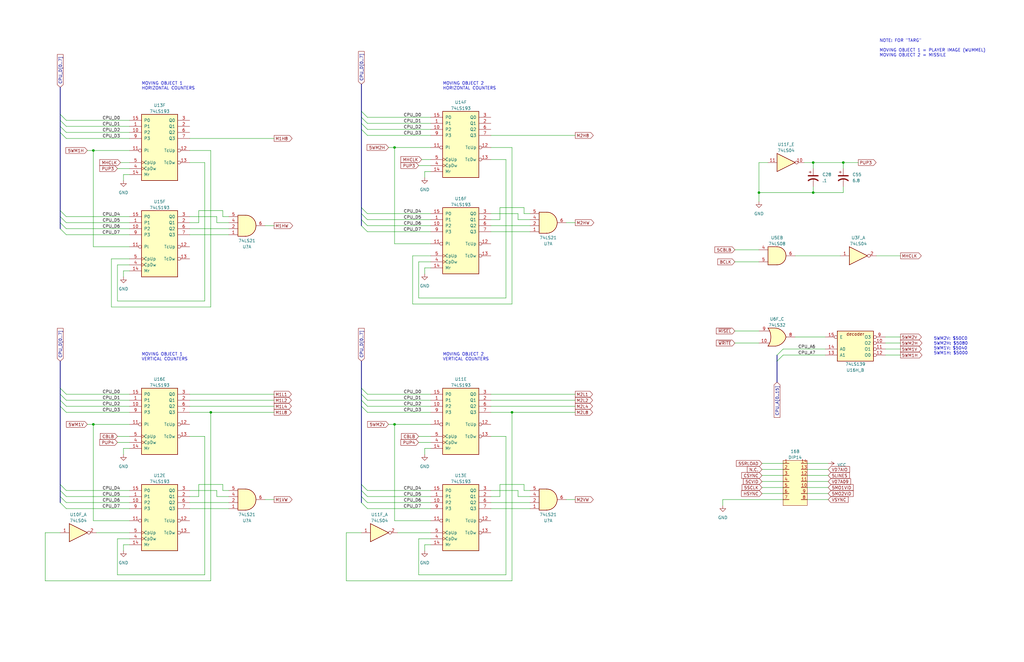
<source format=kicad_sch>
(kicad_sch (version 20231120) (generator "eeschema") (generator_version "8.0")
  (paper "B")
  (title_block (title "Exidy Universal Game Board II") (company "Anton Gale") (comment 1 "6502 GAME LOGIC PCB") (comment 3 "MOVING OBJECT POSITION COUNTERS") (comment 4 "COLOR INTERFACE OUTPUT AND"))
  (lib_symbols
    (symbol "Device:C_Polarized_US" (pin_numbers hide) (pin_names (offset 0.254) hide)
      (property "Reference" "C" (at 0.635 2.54 0))
      (property "Value" "C_Polarized_US" (at 0.635 -2.54 0))
      (symbol "C_Polarized_US_1_1"
        (pin passive line (at 0 3.81 270) (length 2.794) (name "~") (number "1"))
        (pin passive line (at 0 -3.81 90) (length 3.302) (name "~") (number "2"))
      )
    )
    (symbol "jt74:74LS04" (pin_names (offset 1.016))
      (property "Reference" "U" (at 0 1.27 0))
      (property "Value" "74LS04" (at 0 -1.27 0))
      (symbol "74LS04_1_0"
        (pin input line (at -7.62 0 0) (length 3.81) (name "~") (number "1"))
        (pin output inverted (at 7.62 0 180) (length 3.81) (name "~") (number "2"))
      )
      (symbol "74LS04_2_0"
        (pin input line (at -7.62 0 0) (length 3.81) (name "~") (number "3"))
        (pin output inverted (at 7.62 0 180) (length 3.81) (name "~") (number "4"))
      )
      (symbol "74LS04_3_0"
        (pin input line (at -7.62 0 0) (length 3.81) (name "~") (number "5"))
        (pin output inverted (at 7.62 0 180) (length 3.81) (name "~") (number "6"))
      )
      (symbol "74LS04_4_0"
        (pin output inverted (at 7.62 0 180) (length 3.81) (name "~") (number "8"))
        (pin input line (at -7.62 0 0) (length 3.81) (name "~") (number "9"))
      )
      (symbol "74LS04_5_0"
        (pin output inverted (at 7.62 0 180) (length 3.81) (name "~") (number "10"))
        (pin input line (at -7.62 0 0) (length 3.81) (name "~") (number "11"))
      )
      (symbol "74LS04_6_0"
        (pin output inverted (at 7.62 0 180) (length 3.81) (name "~") (number "12"))
        (pin input line (at -7.62 0 0) (length 3.81) (name "~") (number "13"))
      )
      (symbol "74LS04_7_0"
        (pin power_in line (at 0 7.62 270) (length 5.08) hide (name "VCC") (number "14"))
        (pin power_in line (at 0 -7.62 90) (length 5.08) hide (name "VSS") (number "7"))
      )
    )
    (symbol "jt74:74LS08" (pin_names (offset 1.016))
      (property "Reference" "U" (at 0 1.27 0))
      (property "Value" "74LS08" (at 0 -1.27 0))
      (symbol "74LS08_1_1"
        (pin input line (at -7.62 2.54 0) (length 3.81) (name "~") (number "1"))
        (pin input line (at -7.62 -2.54 0) (length 3.81) (name "~") (number "2"))
        (pin output line (at 7.62 0 180) (length 3.81) (name "~") (number "3"))
      )
      (symbol "74LS08_1_2"
        (pin input inverted (at -7.62 2.54 0) (length 4.318) (name "~") (number "1"))
        (pin input inverted (at -7.62 -2.54 0) (length 4.318) (name "~") (number "2"))
        (pin output inverted (at 7.62 0 180) (length 3.81) (name "~") (number "3"))
      )
      (symbol "74LS08_2_1"
        (pin input line (at -7.62 2.54 0) (length 3.81) (name "~") (number "4"))
        (pin input line (at -7.62 -2.54 0) (length 3.81) (name "~") (number "5"))
        (pin output line (at 7.62 0 180) (length 3.81) (name "~") (number "6"))
      )
      (symbol "74LS08_2_2"
        (pin input inverted (at -7.62 2.54 0) (length 4.318) (name "~") (number "4"))
        (pin input inverted (at -7.62 -2.54 0) (length 4.318) (name "~") (number "5"))
        (pin output inverted (at 7.62 0 180) (length 3.81) (name "~") (number "6"))
      )
      (symbol "74LS08_3_1"
        (pin input line (at -7.62 -2.54 0) (length 3.81) (name "~") (number "10"))
        (pin output line (at 7.62 0 180) (length 3.81) (name "~") (number "8"))
        (pin input line (at -7.62 2.54 0) (length 3.81) (name "~") (number "9"))
      )
      (symbol "74LS08_3_2"
        (pin input inverted (at -7.62 -2.54 0) (length 4.318) (name "~") (number "10"))
        (pin output inverted (at 7.62 0 180) (length 3.81) (name "~") (number "8"))
        (pin input inverted (at -7.62 2.54 0) (length 4.318) (name "~") (number "9"))
      )
      (symbol "74LS08_4_1"
        (pin output line (at 7.62 0 180) (length 3.81) (name "~") (number "11"))
        (pin input line (at -7.62 2.54 0) (length 3.81) (name "~") (number "12"))
        (pin input line (at -7.62 -2.54 0) (length 3.81) (name "~") (number "13"))
      )
      (symbol "74LS08_4_2"
        (pin output inverted (at 7.62 0 180) (length 3.81) (name "~") (number "11"))
        (pin input inverted (at -7.62 2.54 0) (length 4.318) (name "~") (number "12"))
        (pin input inverted (at -7.62 -2.54 0) (length 4.318) (name "~") (number "13"))
      )
      (symbol "74LS08_5_0"
        (pin power_in line (at 0 7.62 270) (length 5.08) hide (name "VCC") (number "14"))
        (pin power_in line (at 0 -7.62 90) (length 5.08) hide (name "VSS") (number "7"))
      )
    )
    (symbol "jt74:74LS139" (pin_names (offset 1.016))
      (property "Reference" "U" (at -7.62 8.89 0))
      (property "Value" "74LS139" (at -7.62 -8.89 0))
      (symbol "74LS139_0_0"
        (text "decoder" (at 0 -6.35 0) (effects (font (size 1.27 1.27))))
      )
      (symbol "74LS139_1_0"
        (pin input inverted (at -12.7 -5.08 0) (length 5.08) (name "E") (number "1"))
        (pin input line (at -12.7 0 0) (length 5.08) (name "A0") (number "2"))
        (pin input line (at -12.7 2.54 0) (length 5.08) (name "A1") (number "3"))
        (pin output inverted (at 12.7 2.54 180) (length 5.08) (name "O0") (number "4"))
        (pin output inverted (at 12.7 0 180) (length 5.08) (name "O1") (number "5"))
        (pin output inverted (at 12.7 -2.54 180) (length 5.08) (name "O2") (number "6"))
        (pin output inverted (at 12.7 -5.08 180) (length 5.08) (name "O3") (number "7"))
      )
      (symbol "74LS139_2_0"
        (pin output inverted (at 12.7 -2.54 180) (length 5.08) (name "O2") (number "10"))
        (pin output inverted (at 12.7 0 180) (length 5.08) (name "O1") (number "11"))
        (pin output inverted (at 12.7 2.54 180) (length 5.08) (name "O0") (number "12"))
        (pin input line (at -12.7 2.54 0) (length 5.08) (name "A1") (number "13"))
        (pin input line (at -12.7 0 0) (length 5.08) (name "A0") (number "14"))
        (pin input inverted (at -12.7 -5.08 0) (length 5.08) (name "E") (number "15"))
        (pin output inverted (at 12.7 -5.08 180) (length 5.08) (name "O3") (number "9"))
      )
      (symbol "74LS139_3_0"
        (pin power_in line (at 0 7.62 270) (length 5.08) hide (name "VCC") (number "16"))
        (pin power_in line (at 0 -7.62 90) (length 5.08) hide (name "VSS") (number "8"))
      )
    )
    (symbol "jt74:74LS193" (pin_names (offset 1.016))
      (property "Reference" "U" (at -7.62 13.97 0))
      (property "Value" "74LS193" (at -7.62 -16.51 0))
      (symbol "74LS193_1_0"
        (pin input line (at -12.7 7.62 0) (length 5.08) (name "P1") (number "1"))
        (pin input line (at -12.7 5.08 0) (length 5.08) (name "P2") (number "10"))
        (pin input inverted (at -12.7 -2.54 0) (length 5.08) (name "Pl") (number "11"))
        (pin output inverted (at 12.7 -2.54 180) (length 5.08) (name "TcUp") (number "12"))
        (pin output inverted (at 12.7 -7.62 180) (length 5.08) (name "TcDw") (number "13"))
        (pin input line (at -12.7 -12.7 0) (length 5.08) (name "Mr") (number "14"))
        (pin input line (at -12.7 10.16 0) (length 5.08) (name "P0") (number "15"))
        (pin input line (at 0 17.78 270) (length 5.08) hide (name "VCC") (number "16"))
        (pin output line (at 12.7 7.62 180) (length 5.08) (name "Q1") (number "2"))
        (pin output line (at 12.7 10.16 180) (length 5.08) (name "Q0") (number "3"))
        (pin input clock (at -12.7 -10.16 0) (length 5.08) (name "CpDw") (number "4"))
        (pin input clock (at -12.7 -7.62 0) (length 5.08) (name "CpUp") (number "5"))
        (pin output line (at 12.7 5.08 180) (length 5.08) (name "Q2") (number "6"))
        (pin output line (at 12.7 2.54 180) (length 5.08) (name "Q3") (number "7"))
        (pin input line (at 0 -20.32 90) (length 5.08) hide (name "GND") (number "8"))
        (pin input line (at -12.7 2.54 0) (length 5.08) (name "P3") (number "9"))
      )
    )
    (symbol "jt74:74LS21" (pin_names (offset 1.016))
      (property "Reference" "U" (at 0 1.27 0))
      (property "Value" "74LS21" (at 0 -1.27 0))
      (symbol "74LS21_1_1"
        (pin input line (at -7.62 3.81 0) (length 3.81) (name "~") (number "1"))
        (pin input line (at -7.62 1.27 0) (length 3.81) (name "~") (number "2"))
        (pin input line (at -7.62 -1.27 0) (length 3.81) (name "~") (number "4"))
        (pin input line (at -7.62 -3.81 0) (length 3.81) (name "~") (number "5"))
        (pin output line (at 7.62 0 180) (length 3.81) (name "~") (number "6"))
      )
      (symbol "74LS21_1_2"
        (pin input inverted (at -7.62 3.81 0) (length 3.81) (name "~") (number "1"))
        (pin input inverted (at -7.62 1.27 0) (length 4.826) (name "~") (number "2"))
        (pin input inverted (at -7.62 -1.27 0) (length 4.826) (name "~") (number "4"))
        (pin input inverted (at -7.62 -3.81 0) (length 3.81) (name "~") (number "5"))
        (pin output inverted (at 7.62 0 180) (length 3.81) (name "~") (number "6"))
      )
      (symbol "74LS21_2_1"
        (pin input line (at -7.62 1.27 0) (length 3.81) (name "~") (number "10"))
        (pin input line (at -7.62 -1.27 0) (length 3.81) (name "~") (number "12"))
        (pin input line (at -7.62 -3.81 0) (length 3.81) (name "~") (number "13"))
        (pin output line (at 7.62 0 180) (length 3.81) (name "~") (number "8"))
        (pin input line (at -7.62 3.81 0) (length 3.81) (name "~") (number "9"))
      )
      (symbol "74LS21_2_2"
        (pin input inverted (at -7.62 1.27 0) (length 4.826) (name "~") (number "10"))
        (pin input inverted (at -7.62 -1.27 0) (length 4.826) (name "~") (number "12"))
        (pin input inverted (at -7.62 -3.81 0) (length 3.81) (name "~") (number "13"))
        (pin output inverted (at 7.62 0 180) (length 3.81) (name "~") (number "8"))
        (pin input inverted (at -7.62 3.81 0) (length 3.81) (name "~") (number "9"))
      )
      (symbol "74LS21_3_0"
        (pin input line (at 0 12.7 270) (length 5.08) hide (name "VCC") (number "14"))
        (pin input line (at 0 -12.7 90) (length 5.08) hide (name "GND") (number "7"))
      )
    )
    (symbol "jt74:74LS32" (pin_names (offset 1.016))
      (property "Reference" "U" (at 0 1.27 0))
      (property "Value" "74LS32" (at 0 -1.27 0))
      (symbol "74LS32_1_1"
        (pin input line (at -7.62 2.54 0) (length 4.318) (name "~") (number "1"))
        (pin input line (at -7.62 -2.54 0) (length 4.318) (name "~") (number "2"))
        (pin output line (at 7.62 0 180) (length 3.81) (name "~") (number "3"))
      )
      (symbol "74LS32_1_2"
        (pin input inverted (at -7.62 2.54 0) (length 3.81) (name "~") (number "1"))
        (pin input inverted (at -7.62 -2.54 0) (length 3.81) (name "~") (number "2"))
        (pin output inverted (at 7.62 0 180) (length 3.81) (name "~") (number "3"))
      )
      (symbol "74LS32_2_1"
        (pin input line (at -7.62 2.54 0) (length 4.318) (name "~") (number "4"))
        (pin input line (at -7.62 -2.54 0) (length 4.318) (name "~") (number "5"))
        (pin output line (at 7.62 0 180) (length 3.81) (name "~") (number "6"))
      )
      (symbol "74LS32_2_2"
        (pin input inverted (at -7.62 2.54 0) (length 3.81) (name "~") (number "4"))
        (pin input inverted (at -7.62 -2.54 0) (length 3.81) (name "~") (number "5"))
        (pin output inverted (at 7.62 0 180) (length 3.81) (name "~") (number "6"))
      )
      (symbol "74LS32_3_1"
        (pin input line (at -7.62 -2.54 0) (length 4.318) (name "~") (number "10"))
        (pin output line (at 7.62 0 180) (length 3.81) (name "~") (number "8"))
        (pin input line (at -7.62 2.54 0) (length 4.318) (name "~") (number "9"))
      )
      (symbol "74LS32_3_2"
        (pin input inverted (at -7.62 -2.54 0) (length 3.81) (name "~") (number "10"))
        (pin output inverted (at 7.62 0 180) (length 3.81) (name "~") (number "8"))
        (pin input inverted (at -7.62 2.54 0) (length 3.81) (name "~") (number "9"))
      )
      (symbol "74LS32_4_1"
        (pin output line (at 7.62 0 180) (length 3.81) (name "~") (number "11"))
        (pin input line (at -7.62 2.54 0) (length 4.318) (name "~") (number "12"))
        (pin input line (at -7.62 -2.54 0) (length 4.318) (name "~") (number "13"))
      )
      (symbol "74LS32_4_2"
        (pin output inverted (at 7.62 0 180) (length 3.81) (name "~") (number "11"))
        (pin input inverted (at -7.62 2.54 0) (length 3.81) (name "~") (number "12"))
        (pin input inverted (at -7.62 -2.54 0) (length 3.81) (name "~") (number "13"))
      )
      (symbol "74LS32_5_0"
        (pin power_in line (at 0 7.62 270) (length 5.08) hide (name "VCC") (number "14"))
        (pin power_in line (at 0 -7.62 90) (length 5.08) hide (name "VSS") (number "7"))
      )
    )
    (symbol "jumper_2_open:DIP14" (pin_names (offset 0) hide)
      (property "Reference" "JP" (at 0 2.54 0))
      (property "Value" "DIP14" (at 0 -19.05 0))
      (symbol "DIP14_1_1"
        (pin passive line (at -2.54 -15.24 180) (length 2.54) (name "A") (number ""))
        (pin passive line (at -2.54 -12.7 180) (length 2.54) (name "A") (number ""))
        (pin passive line (at -2.54 -10.16 180) (length 2.54) (name "A") (number ""))
        (pin passive line (at -2.54 -7.62 180) (length 2.54) (name "A") (number ""))
        (pin passive line (at -2.54 -5.08 180) (length 2.54) (name "A") (number ""))
        (pin passive line (at -2.54 -2.54 180) (length 2.54) (name "A") (number ""))
        (pin passive line (at -2.54 0 180) (length 2.54) (name "A") (number ""))
        (pin passive line (at 2.54 -15.24 0) (length 2.54) (name "A") (number ""))
        (pin passive line (at 2.54 -12.7 0) (length 2.54) (name "A") (number ""))
        (pin passive line (at 2.54 -10.16 0) (length 2.54) (name "A") (number ""))
        (pin passive line (at 2.54 -7.62 0) (length 2.54) (name "A") (number ""))
        (pin passive line (at 2.54 -5.08 0) (length 2.54) (name "A") (number ""))
        (pin passive line (at 2.54 -2.54 0) (length 2.54) (name "A") (number ""))
        (pin passive line (at 2.54 0 0) (length 2.54) (name "A") (number ""))
        (pin passive line (at -5.08 0 0) (length 2.54) (name "A") (number "1"))
        (pin passive line (at 5.08 -10.16 180) (length 2.54) (name "A") (number "10"))
        (pin passive line (at 5.08 -7.62 180) (length 2.54) (name "A") (number "11"))
        (pin passive line (at 5.08 -5.08 180) (length 2.54) (name "A") (number "12"))
        (pin passive line (at 5.08 -2.54 180) (length 2.54) (name "A") (number "13"))
        (pin passive line (at 5.08 0 180) (length 2.54) (name "A") (number "14"))
        (pin passive line (at -5.08 -2.54 0) (length 2.54) (name "A") (number "2"))
        (pin passive line (at -5.08 -5.08 0) (length 2.54) (name "A") (number "3"))
        (pin passive line (at -5.08 -7.62 0) (length 2.54) (name "A") (number "4"))
        (pin passive line (at -5.08 -10.16 0) (length 2.54) (name "A") (number "5"))
        (pin passive line (at -5.08 -12.7 0) (length 2.54) (name "A") (number "6"))
        (pin passive line (at -5.08 -15.24 0) (length 2.54) (name "A") (number "7"))
        (pin passive line (at 5.08 -15.24 180) (length 2.54) (name "A") (number "8"))
        (pin passive line (at 5.08 -12.7 180) (length 2.54) (name "A") (number "9"))
      )
    )
    (symbol "power:GND" (power) (pin_names (offset 0))
      (property "Value" "GND" (at 0 -3.81 0))
      (symbol "GND_1_1"
        (pin power_in line (at 0 0 270) (length 0) hide (name "GND") (number "1"))
      )
    )
    (symbol "power:VCC" (power) (pin_names (offset 0))
      (property "Value" "VCC" (at 0 3.81 0))
      (symbol "VCC_1_1"
        (pin power_in line (at 0 0 90) (length 0) hide (name "VCC") (number "1"))
      )
    )
  )
  (junction (at 39.37 179.07))
  (junction (at 355.6 68.58))
  (junction (at 166.37 62.23))
  (junction (at 342.9 68.58))
  (junction (at 166.37 179.07))
  (junction (at 39.37 63.5))
  (junction (at 215.9 173.99))
  (junction (at 88.9 173.99))
  (junction (at 342.9 81.28))
  (junction (at 320.04 81.28))
  (bus_entry (at 25.4 96.52) (size 2.54 2.54))
  (bus_entry (at 152.4 87.63) (size 2.54 2.54))
  (bus_entry (at 152.4 95.25) (size 2.54 2.54))
  (bus_entry (at 152.4 207.01) (size 2.54 2.54))
  (bus_entry (at 25.4 48.26) (size 2.54 2.54))
  (bus_entry (at 327.66 149.86) (size 2.54 -2.54))
  (bus_entry (at 25.4 53.34) (size 2.54 2.54))
  (bus_entry (at 152.4 171.45) (size 2.54 2.54))
  (bus_entry (at 25.4 91.44) (size 2.54 2.54))
  (bus_entry (at 327.66 152.4) (size 2.54 -2.54))
  (bus_entry (at 152.4 92.71) (size 2.54 2.54))
  (bus_entry (at 25.4 50.8) (size 2.54 2.54))
  (bus_entry (at 152.4 90.17) (size 2.54 2.54))
  (bus_entry (at 152.4 209.55) (size 2.54 2.54))
  (bus_entry (at 25.4 55.88) (size 2.54 2.54))
  (bus_entry (at 25.4 204.47) (size 2.54 2.54))
  (bus_entry (at 152.4 54.61) (size 2.54 2.54))
  (bus_entry (at 152.4 168.91) (size 2.54 2.54))
  (bus_entry (at 25.4 171.45) (size 2.54 2.54))
  (bus_entry (at 25.4 166.37) (size 2.54 2.54))
  (bus_entry (at 152.4 52.07) (size 2.54 2.54))
  (bus_entry (at 152.4 46.99) (size 2.54 2.54))
  (bus_entry (at 25.4 88.9) (size 2.54 2.54))
  (bus_entry (at 152.4 212.09) (size 2.54 2.54))
  (bus_entry (at 25.4 163.83) (size 2.54 2.54))
  (bus_entry (at 152.4 166.37) (size 2.54 2.54))
  (bus_entry (at 25.4 209.55) (size 2.54 2.54))
  (bus_entry (at 25.4 212.09) (size 2.54 2.54))
  (bus_entry (at 152.4 49.53) (size 2.54 2.54))
  (bus_entry (at 25.4 207.01) (size 2.54 2.54))
  (bus_entry (at 25.4 168.91) (size 2.54 2.54))
  (bus_entry (at 152.4 204.47) (size 2.54 2.54))
  (bus_entry (at 152.4 163.83) (size 2.54 2.54))
  (bus_entry (at 25.4 93.98) (size 2.54 2.54))
  (wire (pts (xy 93.98 207.01) (xy 96.52 207.01)))
  (bus (pts (xy 152.4 52.07) (xy 152.4 54.61)))
  (wire (pts (xy 215.9 173.99) (xy 242.57 173.99)))
  (wire (pts (xy 146.05 245.11) (xy 146.05 224.79)))
  (wire (pts (xy 215.9 62.23) (xy 215.9 128.27)))
  (wire (pts (xy 52.07 73.66) (xy 52.07 76.2)))
  (wire (pts (xy 36.83 63.5) (xy 39.37 63.5)))
  (wire (pts (xy 88.9 173.99) (xy 115.57 173.99)))
  (wire (pts (xy 342.9 81.28) (xy 355.6 81.28)))
  (bus (pts (xy 152.4 163.83) (xy 152.4 166.37)))
  (wire (pts (xy 177.8 67.31) (xy 181.61 67.31)))
  (wire (pts (xy 40.64 224.79) (xy 54.61 224.79)))
  (bus (pts (xy 25.4 93.98) (xy 25.4 96.52)))
  (wire (pts (xy 80.01 214.63) (xy 96.52 214.63)))
  (wire (pts (xy 50.8 68.58) (xy 54.61 68.58)))
  (wire (pts (xy 220.98 87.63) (xy 220.98 90.17)))
  (wire (pts (xy 173.99 128.27) (xy 173.99 107.95)))
  (bus (pts (xy 152.4 54.61) (xy 152.4 87.63)))
  (wire (pts (xy 330.2 147.32) (xy 347.98 147.32)))
  (wire (pts (xy 349.25 198.12) (xy 340.36 198.12)))
  (wire (pts (xy 49.53 127) (xy 49.53 111.76)))
  (wire (pts (xy 210.82 87.63) (xy 220.98 87.63)))
  (wire (pts (xy 349.25 203.2) (xy 340.36 203.2)))
  (wire (pts (xy 80.01 171.45) (xy 115.57 171.45)))
  (wire (pts (xy 83.82 88.9) (xy 93.98 88.9)))
  (wire (pts (xy 27.94 50.8) (xy 54.61 50.8)))
  (wire (pts (xy 309.88 105.41) (xy 320.04 105.41)))
  (wire (pts (xy 39.37 179.07) (xy 54.61 179.07)))
  (wire (pts (xy 54.61 189.23) (xy 52.07 189.23)))
  (wire (pts (xy 49.53 242.57) (xy 49.53 227.33)))
  (wire (pts (xy 342.9 81.28) (xy 320.04 81.28)))
  (bus (pts (xy 25.4 53.34) (xy 25.4 55.88)))
  (wire (pts (xy 379.73 107.95) (xy 369.57 107.95)))
  (bus (pts (xy 25.4 48.26) (xy 25.4 50.8)))
  (wire (pts (xy 210.82 209.55) (xy 210.82 204.47)))
  (wire (pts (xy 176.53 184.15) (xy 181.61 184.15)))
  (wire (pts (xy 309.88 144.78) (xy 320.04 144.78)))
  (wire (pts (xy 154.94 49.53) (xy 181.61 49.53)))
  (wire (pts (xy 154.94 171.45) (xy 181.61 171.45)))
  (wire (pts (xy 373.38 144.78) (xy 379.73 144.78)))
  (wire (pts (xy 19.05 224.79) (xy 25.4 224.79)))
  (wire (pts (xy 349.25 200.66) (xy 340.36 200.66)))
  (wire (pts (xy 207.01 90.17) (xy 218.44 90.17)))
  (bus (pts (xy 25.4 207.01) (xy 25.4 209.55)))
  (wire (pts (xy 80.01 99.06) (xy 96.52 99.06)))
  (wire (pts (xy 27.94 96.52) (xy 54.61 96.52)))
  (wire (pts (xy 27.94 207.01) (xy 54.61 207.01)))
  (wire (pts (xy 146.05 224.79) (xy 152.4 224.79)))
  (wire (pts (xy 39.37 63.5) (xy 54.61 63.5)))
  (wire (pts (xy 80.01 68.58) (xy 86.36 68.58)))
  (bus (pts (xy 152.4 49.53) (xy 152.4 52.07)))
  (wire (pts (xy 207.01 207.01) (xy 218.44 207.01)))
  (wire (pts (xy 80.01 207.01) (xy 91.44 207.01)))
  (wire (pts (xy 176.53 242.57) (xy 176.53 227.33)))
  (wire (pts (xy 349.25 208.28) (xy 340.36 208.28)))
  (wire (pts (xy 323.85 68.58) (xy 320.04 68.58)))
  (wire (pts (xy 91.44 207.01) (xy 91.44 209.55)))
  (wire (pts (xy 213.36 242.57) (xy 176.53 242.57)))
  (wire (pts (xy 83.82 209.55) (xy 83.82 204.47)))
  (wire (pts (xy 176.53 69.85) (xy 181.61 69.85)))
  (wire (pts (xy 335.28 107.95) (xy 354.33 107.95)))
  (wire (pts (xy 19.05 245.11) (xy 19.05 224.79)))
  (wire (pts (xy 210.82 204.47) (xy 220.98 204.47)))
  (wire (pts (xy 373.38 142.24) (xy 379.73 142.24)))
  (wire (pts (xy 355.6 68.58) (xy 355.6 71.12)))
  (wire (pts (xy 27.94 209.55) (xy 54.61 209.55)))
  (wire (pts (xy 166.37 62.23) (xy 181.61 62.23)))
  (wire (pts (xy 173.99 107.95) (xy 181.61 107.95)))
  (wire (pts (xy 213.36 67.31) (xy 213.36 125.73)))
  (wire (pts (xy 309.88 110.49) (xy 320.04 110.49)))
  (wire (pts (xy 27.94 212.09) (xy 54.61 212.09)))
  (wire (pts (xy 154.94 54.61) (xy 181.61 54.61)))
  (wire (pts (xy 163.83 179.07) (xy 166.37 179.07)))
  (wire (pts (xy 86.36 68.58) (xy 86.36 127)))
  (wire (pts (xy 207.01 168.91) (xy 242.57 168.91)))
  (bus (pts (xy 25.4 91.44) (xy 25.4 93.98)))
  (bus (pts (xy 25.4 88.9) (xy 25.4 91.44)))
  (wire (pts (xy 320.04 81.28) (xy 320.04 85.09)))
  (wire (pts (xy 355.6 78.74) (xy 355.6 81.28)))
  (wire (pts (xy 154.94 166.37) (xy 181.61 166.37)))
  (wire (pts (xy 27.94 93.98) (xy 54.61 93.98)))
  (wire (pts (xy 154.94 97.79) (xy 181.61 97.79)))
  (wire (pts (xy 167.64 224.79) (xy 181.61 224.79)))
  (wire (pts (xy 320.04 68.58) (xy 320.04 81.28)))
  (wire (pts (xy 154.94 90.17) (xy 181.61 90.17)))
  (wire (pts (xy 52.07 114.3) (xy 52.07 116.84)))
  (bus (pts (xy 327.66 152.4) (xy 327.66 149.86)))
  (wire (pts (xy 54.61 219.71) (xy 39.37 219.71)))
  (wire (pts (xy 91.44 209.55) (xy 96.52 209.55)))
  (wire (pts (xy 218.44 207.01) (xy 218.44 209.55)))
  (wire (pts (xy 93.98 91.44) (xy 96.52 91.44)))
  (wire (pts (xy 218.44 90.17) (xy 218.44 92.71)))
  (bus (pts (xy 152.4 35.56) (xy 152.4 46.99)))
  (wire (pts (xy 27.94 168.91) (xy 54.61 168.91)))
  (wire (pts (xy 342.9 68.58) (xy 342.9 71.12)))
  (bus (pts (xy 25.4 204.47) (xy 25.4 207.01)))
  (wire (pts (xy 27.94 53.34) (xy 54.61 53.34)))
  (wire (pts (xy 207.01 67.31) (xy 213.36 67.31)))
  (wire (pts (xy 304.8 210.82) (xy 330.2 210.82)))
  (wire (pts (xy 80.01 212.09) (xy 96.52 212.09)))
  (wire (pts (xy 373.38 149.86) (xy 379.73 149.86)))
  (wire (pts (xy 166.37 102.87) (xy 166.37 62.23)))
  (wire (pts (xy 154.94 168.91) (xy 181.61 168.91)))
  (wire (pts (xy 46.99 129.54) (xy 46.99 109.22)))
  (bus (pts (xy 25.4 152.4) (xy 25.4 163.83)))
  (wire (pts (xy 321.31 198.12) (xy 330.2 198.12)))
  (wire (pts (xy 83.82 204.47) (xy 93.98 204.47)))
  (bus (pts (xy 327.66 161.29) (xy 327.66 152.4)))
  (bus (pts (xy 25.4 163.83) (xy 25.4 166.37)))
  (wire (pts (xy 83.82 93.98) (xy 83.82 88.9)))
  (wire (pts (xy 339.09 68.58) (xy 342.9 68.58)))
  (wire (pts (xy 179.07 189.23) (xy 179.07 191.77)))
  (wire (pts (xy 52.07 229.87) (xy 52.07 232.41)))
  (wire (pts (xy 111.76 210.82) (xy 115.57 210.82)))
  (wire (pts (xy 176.53 186.69) (xy 181.61 186.69)))
  (wire (pts (xy 166.37 179.07) (xy 181.61 179.07)))
  (bus (pts (xy 152.4 90.17) (xy 152.4 92.71)))
  (wire (pts (xy 342.9 78.74) (xy 342.9 81.28)))
  (wire (pts (xy 207.01 209.55) (xy 210.82 209.55)))
  (wire (pts (xy 213.36 184.15) (xy 213.36 242.57)))
  (wire (pts (xy 321.31 205.74) (xy 330.2 205.74)))
  (wire (pts (xy 154.94 214.63) (xy 181.61 214.63)))
  (wire (pts (xy 49.53 227.33) (xy 54.61 227.33)))
  (wire (pts (xy 321.31 208.28) (xy 330.2 208.28)))
  (bus (pts (xy 152.4 152.4) (xy 152.4 163.83)))
  (wire (pts (xy 218.44 209.55) (xy 223.52 209.55)))
  (wire (pts (xy 27.94 214.63) (xy 54.61 214.63)))
  (wire (pts (xy 39.37 219.71) (xy 39.37 179.07)))
  (bus (pts (xy 152.4 171.45) (xy 152.4 204.47)))
  (wire (pts (xy 154.94 207.01) (xy 181.61 207.01)))
  (wire (pts (xy 91.44 91.44) (xy 91.44 93.98)))
  (wire (pts (xy 215.9 128.27) (xy 173.99 128.27)))
  (bus (pts (xy 25.4 55.88) (xy 25.4 88.9)))
  (wire (pts (xy 80.01 209.55) (xy 83.82 209.55)))
  (wire (pts (xy 179.07 72.39) (xy 179.07 74.93)))
  (wire (pts (xy 373.38 147.32) (xy 379.73 147.32)))
  (wire (pts (xy 80.01 63.5) (xy 88.9 63.5)))
  (bus (pts (xy 152.4 46.99) (xy 152.4 49.53)))
  (wire (pts (xy 349.25 210.82) (xy 340.36 210.82)))
  (wire (pts (xy 146.05 245.11) (xy 215.9 245.11)))
  (bus (pts (xy 152.4 87.63) (xy 152.4 90.17)))
  (wire (pts (xy 88.9 129.54) (xy 46.99 129.54)))
  (bus (pts (xy 152.4 92.71) (xy 152.4 95.25)))
  (wire (pts (xy 166.37 219.71) (xy 166.37 179.07)))
  (bus (pts (xy 25.4 166.37) (xy 25.4 168.91)))
  (wire (pts (xy 181.61 102.87) (xy 166.37 102.87)))
  (wire (pts (xy 207.01 92.71) (xy 210.82 92.71)))
  (bus (pts (xy 25.4 50.8) (xy 25.4 53.34)))
  (wire (pts (xy 80.01 58.42) (xy 115.57 58.42)))
  (wire (pts (xy 86.36 242.57) (xy 49.53 242.57)))
  (wire (pts (xy 111.76 95.25) (xy 115.57 95.25)))
  (wire (pts (xy 163.83 62.23) (xy 166.37 62.23)))
  (wire (pts (xy 181.61 229.87) (xy 179.07 229.87)))
  (wire (pts (xy 154.94 92.71) (xy 181.61 92.71)))
  (wire (pts (xy 179.07 229.87) (xy 179.07 232.41)))
  (wire (pts (xy 91.44 93.98) (xy 96.52 93.98)))
  (wire (pts (xy 80.01 166.37) (xy 115.57 166.37)))
  (bus (pts (xy 152.4 209.55) (xy 152.4 212.09)))
  (wire (pts (xy 27.94 173.99) (xy 54.61 173.99)))
  (wire (pts (xy 238.76 93.98) (xy 242.57 93.98)))
  (wire (pts (xy 220.98 204.47) (xy 220.98 207.01)))
  (wire (pts (xy 27.94 166.37) (xy 54.61 166.37)))
  (wire (pts (xy 220.98 90.17) (xy 223.52 90.17)))
  (wire (pts (xy 93.98 204.47) (xy 93.98 207.01)))
  (wire (pts (xy 39.37 104.14) (xy 39.37 63.5)))
  (wire (pts (xy 349.25 195.58) (xy 340.36 195.58)))
  (wire (pts (xy 181.61 219.71) (xy 166.37 219.71)))
  (wire (pts (xy 93.98 88.9) (xy 93.98 91.44)))
  (wire (pts (xy 304.8 210.82) (xy 304.8 213.36)))
  (wire (pts (xy 80.01 96.52) (xy 96.52 96.52)))
  (wire (pts (xy 80.01 184.15) (xy 86.36 184.15)))
  (wire (pts (xy 154.94 95.25) (xy 181.61 95.25)))
  (wire (pts (xy 86.36 184.15) (xy 86.36 242.57)))
  (wire (pts (xy 207.01 173.99) (xy 215.9 173.99)))
  (wire (pts (xy 238.76 210.82) (xy 242.57 210.82)))
  (wire (pts (xy 207.01 97.79) (xy 223.52 97.79)))
  (wire (pts (xy 52.07 189.23) (xy 52.07 191.77)))
  (wire (pts (xy 88.9 63.5) (xy 88.9 129.54)))
  (wire (pts (xy 309.88 139.7) (xy 320.04 139.7)))
  (bus (pts (xy 25.4 171.45) (xy 25.4 204.47)))
  (wire (pts (xy 215.9 173.99) (xy 215.9 245.11)))
  (wire (pts (xy 154.94 173.99) (xy 181.61 173.99)))
  (wire (pts (xy 49.53 186.69) (xy 54.61 186.69)))
  (wire (pts (xy 80.01 91.44) (xy 91.44 91.44)))
  (wire (pts (xy 49.53 71.12) (xy 54.61 71.12)))
  (wire (pts (xy 36.83 179.07) (xy 39.37 179.07)))
  (wire (pts (xy 207.01 171.45) (xy 242.57 171.45)))
  (wire (pts (xy 54.61 229.87) (xy 52.07 229.87)))
  (wire (pts (xy 154.94 57.15) (xy 181.61 57.15)))
  (wire (pts (xy 27.94 58.42) (xy 54.61 58.42)))
  (wire (pts (xy 207.01 212.09) (xy 223.52 212.09)))
  (bus (pts (xy 152.4 204.47) (xy 152.4 207.01)))
  (wire (pts (xy 54.61 104.14) (xy 39.37 104.14)))
  (wire (pts (xy 27.94 99.06) (xy 54.61 99.06)))
  (bus (pts (xy 25.4 168.91) (xy 25.4 171.45)))
  (wire (pts (xy 176.53 110.49) (xy 181.61 110.49)))
  (wire (pts (xy 80.01 173.99) (xy 88.9 173.99)))
  (wire (pts (xy 54.61 114.3) (xy 52.07 114.3)))
  (wire (pts (xy 207.01 62.23) (xy 215.9 62.23)))
  (wire (pts (xy 27.94 91.44) (xy 54.61 91.44)))
  (bus (pts (xy 152.4 207.01) (xy 152.4 209.55)))
  (wire (pts (xy 86.36 127) (xy 49.53 127)))
  (wire (pts (xy 49.53 184.15) (xy 54.61 184.15)))
  (wire (pts (xy 207.01 166.37) (xy 242.57 166.37)))
  (wire (pts (xy 19.05 245.11) (xy 88.9 245.11)))
  (wire (pts (xy 27.94 55.88) (xy 54.61 55.88)))
  (wire (pts (xy 355.6 68.58) (xy 361.95 68.58)))
  (bus (pts (xy 25.4 209.55) (xy 25.4 212.09)))
  (wire (pts (xy 181.61 189.23) (xy 179.07 189.23)))
  (wire (pts (xy 207.01 95.25) (xy 223.52 95.25)))
  (wire (pts (xy 342.9 68.58) (xy 355.6 68.58)))
  (bus (pts (xy 152.4 168.91) (xy 152.4 171.45)))
  (wire (pts (xy 218.44 92.71) (xy 223.52 92.71)))
  (wire (pts (xy 207.01 184.15) (xy 213.36 184.15)))
  (wire (pts (xy 49.53 111.76) (xy 54.61 111.76)))
  (wire (pts (xy 181.61 113.03) (xy 179.07 113.03)))
  (bus (pts (xy 25.4 36.83) (xy 25.4 48.26)))
  (wire (pts (xy 154.94 52.07) (xy 181.61 52.07)))
  (wire (pts (xy 207.01 214.63) (xy 223.52 214.63)))
  (wire (pts (xy 154.94 209.55) (xy 181.61 209.55)))
  (wire (pts (xy 321.31 200.66) (xy 330.2 200.66)))
  (wire (pts (xy 80.01 93.98) (xy 83.82 93.98)))
  (wire (pts (xy 335.28 142.24) (xy 347.98 142.24)))
  (wire (pts (xy 321.31 203.2) (xy 330.2 203.2)))
  (wire (pts (xy 330.2 149.86) (xy 347.98 149.86)))
  (wire (pts (xy 88.9 173.99) (xy 88.9 245.11)))
  (wire (pts (xy 154.94 212.09) (xy 181.61 212.09)))
  (wire (pts (xy 213.36 125.73) (xy 176.53 125.73)))
  (wire (pts (xy 220.98 207.01) (xy 223.52 207.01)))
  (bus (pts (xy 152.4 166.37) (xy 152.4 168.91)))
  (wire (pts (xy 321.31 195.58) (xy 330.2 195.58)))
  (wire (pts (xy 179.07 113.03) (xy 179.07 115.57)))
  (wire (pts (xy 176.53 227.33) (xy 181.61 227.33)))
  (wire (pts (xy 210.82 92.71) (xy 210.82 87.63)))
  (wire (pts (xy 46.99 109.22) (xy 54.61 109.22)))
  (wire (pts (xy 349.25 205.74) (xy 340.36 205.74)))
  (wire (pts (xy 176.53 125.73) (xy 176.53 110.49)))
  (wire (pts (xy 27.94 171.45) (xy 54.61 171.45)))
  (wire (pts (xy 181.61 72.39) (xy 179.07 72.39)))
  (wire (pts (xy 54.61 73.66) (xy 52.07 73.66)))
  (wire (pts (xy 80.01 168.91) (xy 115.57 168.91)))
  (wire (pts (xy 207.01 57.15) (xy 242.57 57.15)))
  (text "MOVING OBJECT 2\nHORIZONTAL COUNTERS" (at 186.69 38.1 0) (effects (font (size 1.27 1.27)) (justify left bottom)))
  (text "MOVING OBJECT 1\nHORIZONTAL COUNTERS" (at 59.69 38.1 0) (effects (font (size 1.27 1.27)) (justify left bottom)))
  (text "MOVING OBJECT 2\nVERTICAL COUNTERS" (at 186.69 152.4 0) (effects (font (size 1.27 1.27)) (justify left bottom)))
  (text "NOTE: FOR \"TARG\"\n\nMOVING OBJECT 1 = PLAYER IMAGE (WUMMEL)\nMOVING OBJECT 2 = MISSILE" (at 370.84 24.13 0) (effects (font (size 1.27 1.27)) (justify left bottom)))
  (text "MOVING OBJECT 1\nVERTICAL COUNTERS" (at 59.69 152.4 0) (effects (font (size 1.27 1.27)) (justify left bottom)))
  (text "5WM2V: $50C0\n5WM2H: $5080\n5WM1V: $5040\n5WM1H: $5000\n" (at 393.7 149.86 0) (effects (font (size 1.27 1.27)) (justify left bottom)))
  (label "CPU_D0" (at 43.18 50.8 0))
  (label "CPU_A7" (at 336.55 149.86 0))
  (label "CPU_A6" (at 336.55 147.32 0))
  (label "CPU_D2" (at 170.18 171.45 0))
  (label "CPU_D4" (at 170.18 207.01 0))
  (label "CPU_D7" (at 43.1078 99.06 0))
  (label "CPU_D4" (at 43.18 91.44 0))
  (label "CPU_D3" (at 43.18 58.42 0))
  (label "CPU_D1" (at 43.18 53.34 0))
  (label "CPU_D5" (at 170.18 92.71 0))
  (label "CPU_D1" (at 170.18 52.07 0))
  (label "CPU_D5" (at 170.18 209.55 0))
  (label "CPU_D3" (at 170.18 57.15 0))
  (label "CPU_D3" (at 43.18 173.99 0))
  (label "CPU_D7" (at 170.1078 214.63 0))
  (label "CPU_D7" (at 43.1078 214.63 0))
  (label "CPU_D4" (at 43.18 207.01 0))
  (label "CPU_D0" (at 170.18 166.37 0))
  (label "CPU_D4" (at 170.18 90.17 0))
  (label "CPU_D2" (at 170.18 54.61 0))
  (label "CPU_D6" (at 170.18 212.09 0))
  (label "CPU_D1" (at 170.18 168.91 0))
  (label "CPU_D6" (at 43.18 96.52 0))
  (label "CPU_D0" (at 170.18 49.53 0))
  (label "CPU_D6" (at 43.18 212.09 0))
  (label "CPU_D2" (at 43.18 171.45 0))
  (label "CPU_D7" (at 170.1078 97.79 0))
  (label "CPU_D3" (at 170.18 173.99 0))
  (label "CPU_D5" (at 43.18 209.55 0))
  (label "CPU_D2" (at 43.18 55.88 0))
  (label "CPU_D1" (at 43.18 168.91 0))
  (label "CPU_D5" (at 43.18 93.98 0))
  (label "CPU_D6" (at 170.18 95.25 0))
  (label "CPU_D0" (at 43.18 166.37 0))
  (global_label "M1L8" (shape output) (at 115.57 173.99 0) (property "Intersheetrefs" "${INTERSHEET_REFS}" (effects (hide yes))))
  (global_label "CPU_D[0..7]" (shape input) (at 152.4 152.4 90) (property "Intersheetrefs" "${INTERSHEET_REFS}" (effects (hide yes))))
  (global_label "M2L1" (shape output) (at 242.57 166.37 0) (property "Intersheetrefs" "${INTERSHEET_REFS}" (effects (hide yes))))
  (global_label "BCLK" (shape input) (at 309.88 110.49 180) (property "Intersheetrefs" "${INTERSHEET_REFS}" (effects (hide yes))))
  (global_label "CPU_A[0..15]" (shape input) (at 327.66 161.29 270) (property "Intersheetrefs" "${INTERSHEET_REFS}" (effects (hide yes))))
  (global_label "PUP3" (shape output) (at 361.95 68.58 0) (property "Intersheetrefs" "${INTERSHEET_REFS}" (effects (hide yes))))
  (global_label "5MO1VID" (shape input) (at 349.25 205.74 0) (property "Intersheetrefs" "${INTERSHEET_REFS}" (effects (hide yes))))
  (global_label "M2VW" (shape output) (at 242.57 210.82 0) (property "Intersheetrefs" "${INTERSHEET_REFS}" (effects (hide yes))))
  (global_label "M1L2" (shape output) (at 115.57 168.91 0) (property "Intersheetrefs" "${INTERSHEET_REFS}" (effects (hide yes))))
  (global_label "5WM2H" (shape output) (at 379.73 144.78 0) (property "Intersheetrefs" "${INTERSHEET_REFS}" (effects (hide yes))))
  (global_label "CPU_D[0..7]" (shape input) (at 152.4 35.56 90) (property "Intersheetrefs" "${INTERSHEET_REFS}" (effects (hide yes))))
  (global_label "5WM2V" (shape output) (at 379.73 142.24 0) (property "Intersheetrefs" "${INTERSHEET_REFS}" (effects (hide yes))))
  (global_label "CSYNC" (shape input) (at 321.31 200.66 180) (property "Intersheetrefs" "${INTERSHEET_REFS}" (effects (hide yes))))
  (global_label "PUP3" (shape input) (at 176.53 69.85 180) (property "Intersheetrefs" "${INTERSHEET_REFS}" (effects (hide yes))))
  (global_label "5WM2H" (shape input) (at 163.83 62.23 180) (property "Intersheetrefs" "${INTERSHEET_REFS}" (effects (hide yes))))
  (global_label "MHCLK" (shape input) (at 177.8 67.31 180) (property "Intersheetrefs" "${INTERSHEET_REFS}" (effects (hide yes))))
  (global_label "CBLB" (shape input) (at 49.53 184.15 180) (property "Intersheetrefs" "${INTERSHEET_REFS}" (effects (hide yes))))
  (global_label "M2L4" (shape output) (at 242.57 171.45 0) (property "Intersheetrefs" "${INTERSHEET_REFS}" (effects (hide yes))))
  (global_label "5WM2V" (shape input) (at 163.83 179.07 180) (property "Intersheetrefs" "${INTERSHEET_REFS}" (effects (hide yes))))
  (global_label "M1L4" (shape output) (at 115.57 171.45 0) (property "Intersheetrefs" "${INTERSHEET_REFS}" (effects (hide yes))))
  (global_label "PUP4" (shape input) (at 49.53 186.69 180) (property "Intersheetrefs" "${INTERSHEET_REFS}" (effects (hide yes))))
  (global_label "VD7AIO" (shape input) (at 349.25 198.12 0) (property "Intersheetrefs" "${INTERSHEET_REFS}" (effects (hide yes))))
  (global_label "N.C." (shape input) (at 321.31 198.12 180) (property "Intersheetrefs" "${INTERSHEET_REFS}" (effects (hide yes))))
  (global_label "5WM1H" (shape input) (at 36.83 63.5 180) (property "Intersheetrefs" "${INTERSHEET_REFS}" (effects (hide yes))))
  (global_label "5SRLOAD" (shape input) (at 321.31 195.58 180) (property "Intersheetrefs" "${INTERSHEET_REFS}" (effects (hide yes))))
  (global_label "CBLB" (shape input) (at 176.53 184.15 180) (property "Intersheetrefs" "${INTERSHEET_REFS}" (effects (hide yes))))
  (global_label "M1HW" (shape output) (at 115.57 95.25 0) (property "Intersheetrefs" "${INTERSHEET_REFS}" (effects (hide yes))))
  (global_label "VSYNC" (shape input) (at 349.25 210.82 0) (property "Intersheetrefs" "${INTERSHEET_REFS}" (effects (hide yes))))
  (global_label "MHCLK" (shape output) (at 379.73 107.95 0) (property "Intersheetrefs" "${INTERSHEET_REFS}" (effects (hide yes))))
  (global_label "PUP3" (shape input) (at 49.53 71.12 180) (property "Intersheetrefs" "${INTERSHEET_REFS}" (effects (hide yes))))
  (global_label "5CVID" (shape input) (at 321.31 203.2 180) (property "Intersheetrefs" "${INTERSHEET_REFS}" (effects (hide yes))))
  (global_label "M1VW" (shape output) (at 115.57 210.82 0) (property "Intersheetrefs" "${INTERSHEET_REFS}" (effects (hide yes))))
  (global_label "~{MISEL}" (shape input) (at 309.88 139.7 180) (property "Intersheetrefs" "${INTERSHEET_REFS}" (effects (hide yes))))
  (global_label "V07A09" (shape input) (at 349.25 203.2 0) (property "Intersheetrefs" "${INTERSHEET_REFS}" (effects (hide yes))))
  (global_label "5LINES" (shape input) (at 349.25 200.66 0) (property "Intersheetrefs" "${INTERSHEET_REFS}" (effects (hide yes))))
  (global_label "MHCLK" (shape input) (at 50.8 68.58 180) (property "Intersheetrefs" "${INTERSHEET_REFS}" (effects (hide yes))))
  (global_label "5WM1V" (shape output) (at 379.73 147.32 0) (property "Intersheetrefs" "${INTERSHEET_REFS}" (effects (hide yes))))
  (global_label "CPU_D[0..7]" (shape input) (at 25.4 36.83 90) (property "Intersheetrefs" "${INTERSHEET_REFS}" (effects (hide yes))))
  (global_label "~{WRITE}" (shape input) (at 309.88 144.78 180) (property "Intersheetrefs" "${INTERSHEET_REFS}" (effects (hide yes))))
  (global_label "PUP4" (shape input) (at 176.53 186.69 180) (property "Intersheetrefs" "${INTERSHEET_REFS}" (effects (hide yes))))
  (global_label "CPU_D[0..7]" (shape input) (at 25.4 152.4 90) (property "Intersheetrefs" "${INTERSHEET_REFS}" (effects (hide yes))))
  (global_label "M2L8" (shape output) (at 242.57 173.99 0) (property "Intersheetrefs" "${INTERSHEET_REFS}" (effects (hide yes))))
  (global_label "5CBLB" (shape input) (at 309.88 105.41 180) (property "Intersheetrefs" "${INTERSHEET_REFS}" (effects (hide yes))))
  (global_label "M2HW" (shape output) (at 242.57 93.98 0) (property "Intersheetrefs" "${INTERSHEET_REFS}" (effects (hide yes))))
  (global_label "M1L1" (shape output) (at 115.57 166.37 0) (property "Intersheetrefs" "${INTERSHEET_REFS}" (effects (hide yes))))
  (global_label "5SCLK" (shape input) (at 321.31 205.74 180) (property "Intersheetrefs" "${INTERSHEET_REFS}" (effects (hide yes))))
  (global_label "M1H8" (shape output) (at 115.57 58.42 0) (property "Intersheetrefs" "${INTERSHEET_REFS}" (effects (hide yes))))
  (global_label "M2H8" (shape output) (at 242.57 57.15 0) (property "Intersheetrefs" "${INTERSHEET_REFS}" (effects (hide yes))))
  (global_label "5WM1H" (shape output) (at 379.73 149.86 0) (property "Intersheetrefs" "${INTERSHEET_REFS}" (effects (hide yes))))
  (global_label "5WM1V" (shape input) (at 36.83 179.07 180) (property "Intersheetrefs" "${INTERSHEET_REFS}" (effects (hide yes))))
  (global_label "HSYNC" (shape input) (at 321.31 208.28 180) (property "Intersheetrefs" "${INTERSHEET_REFS}" (effects (hide yes))))
  (global_label "5MO2VID" (shape input) (at 349.25 208.28 0) (property "Intersheetrefs" "${INTERSHEET_REFS}" (effects (hide yes))))
  (global_label "M2L2" (shape output) (at 242.57 168.91 0) (property "Intersheetrefs" "${INTERSHEET_REFS}" (effects (hide yes))))
  (symbol (lib_id "jt74:74LS21") (at 231.14 210.82 0) (mirror x) (unit 1)
    (property "Reference" "U?" (at 231.1303 219.71 0))
    (property "Value" "74LS21" (at 231.1303 217.17 0))
    (property "Datasheet" "http://www.ti.com/lit/gpn/sn74LS21" (effects (hide yes)))
  )
  (symbol (lib_id "jt74:74LS04") (at 33.02 224.79 0) (unit 1)
    (property "Reference" "U10F_" (at 33.02 217.17 0))
    (property "Value" "74LS04" (at 33.02 219.71 0))
    (property "Datasheet" "http://www.ti.com/lit/gpn/sn74LS04" (effects (hide yes)))
  )
  (symbol (lib_id "jt74:74LS21") (at 104.14 95.25 0) (mirror x) (unit 1)
    (property "Reference" "U?" (at 104.1303 104.14 0))
    (property "Value" "74LS21" (at 104.1303 101.6 0))
    (property "Datasheet" "http://www.ti.com/lit/gpn/sn74LS21" (effects (hide yes)))
  )
  (symbol (lib_id "jt74:74LS193") (at 67.31 101.6 0) (unit 1)
    (property "Reference" "U15F" (at 67.31 85.09 0))
    (property "Value" "74LS193" (at 67.31 87.63 0))
    (property "Datasheet" "http://www.ti.com/lit/gpn/sn74LS193" (effects (hide yes)))
  )
  (symbol (lib_id "power:GND") (at 52.07 191.77 0) (unit 1)
    (property "Reference" "#PWR050" (effects (hide yes)))
    (property "Value" "GND" (at 52.07 196.85 0))
  )
  (symbol (lib_id "power:GND") (at 179.07 191.77 0) (unit 1)
    (property "Reference" "#PWR052" (effects (hide yes)))
    (property "Value" "GND" (at 179.07 196.85 0))
  )
  (symbol (lib_id "power:GND") (at 304.8 213.36 0) (unit 1)
    (property "Reference" "#PWR055" (effects (hide yes)))
    (property "Value" "GND" (at 304.8 218.44 0))
  )
  (symbol (lib_id "jt74:74LS21") (at 231.14 93.98 0) (mirror x) (unit 1)
    (property "Reference" "U?" (at 231.1303 102.87 0))
    (property "Value" "74LS21" (at 231.1303 100.33 0))
    (property "Datasheet" "http://www.ti.com/lit/gpn/sn74LS21" (effects (hide yes)))
  )
  (symbol (lib_id "jt74:74LS193") (at 67.31 60.96 0) (unit 1)
    (property "Reference" "U13F" (at 67.31 44.45 0))
    (property "Value" "74LS193" (at 67.31 46.99 0))
    (property "Datasheet" "http://www.ti.com/lit/gpn/sn74LS193" (effects (hide yes)))
  )
  (symbol (lib_id "jt74:74LS04") (at 160.02 224.79 0) (unit 1)
    (property "Reference" "U11F_" (at 160.02 217.17 0))
    (property "Value" "74LS04" (at 160.02 219.71 0))
    (property "Datasheet" "http://www.ti.com/lit/gpn/sn74LS04" (effects (hide yes)))
  )
  (symbol (lib_id "jt74:74LS08") (at 327.66 107.95 0) (unit 2)
    (property "Reference" "U5E" (at 327.6517 100.33 0))
    (property "Value" "74LS08" (at 327.6517 102.87 0))
    (property "Datasheet" "http://www.ti.com/lit/gpn/sn74LS08" (effects (hide yes)))
  )
  (symbol (lib_id "jt74:74LS193") (at 194.31 100.33 0) (unit 1)
    (property "Reference" "U16F" (at 194.31 83.82 0))
    (property "Value" "74LS193" (at 194.31 86.36 0))
    (property "Datasheet" "http://www.ti.com/lit/gpn/sn74LS193" (effects (hide yes)))
  )
  (symbol (lib_id "power:GND") (at 52.07 116.84 0) (unit 1)
    (property "Reference" "#PWR047" (effects (hide yes)))
    (property "Value" "GND" (at 52.07 121.92 0))
  )
  (symbol (lib_id "jt74:74LS193") (at 194.31 217.17 0) (unit 1)
    (property "Reference" "U13E" (at 194.31 200.66 0))
    (property "Value" "74LS193" (at 194.31 203.2 0))
    (property "Datasheet" "http://www.ti.com/lit/gpn/sn74LS193" (effects (hide yes)))
  )
  (symbol (lib_id "jt74:74LS193") (at 194.31 176.53 0) (unit 1)
    (property "Reference" "U11E" (at 194.31 160.02 0))
    (property "Value" "74LS193" (at 194.31 162.56 0))
    (property "Datasheet" "http://www.ti.com/lit/gpn/sn74LS193" (effects (hide yes)))
  )
  (symbol (lib_id "jt74:74LS193") (at 194.31 59.69 0) (unit 1)
    (property "Reference" "U14F" (at 194.31 43.18 0))
    (property "Value" "74LS193" (at 194.31 45.72 0))
    (property "Datasheet" "http://www.ti.com/lit/gpn/sn74LS193" (effects (hide yes)))
  )
  (symbol (lib_id "power:GND") (at 52.07 232.41 0) (unit 1)
    (property "Reference" "#PWR051" (effects (hide yes)))
    (property "Value" "GND" (at 52.07 237.49 0))
  )
  (symbol (lib_id "jt74:74LS04") (at 361.95 107.95 0) (unit 1)
    (property "Reference" "U3F_" (at 361.95 100.33 0))
    (property "Value" "74LS04" (at 361.95 102.87 0))
    (property "Datasheet" "http://www.ti.com/lit/gpn/sn74LS04" (effects (hide yes)))
  )
  (symbol (lib_id "power:GND") (at 52.07 76.2 0) (unit 1)
    (property "Reference" "#PWR046" (effects (hide yes)))
    (property "Value" "GND" (at 52.07 81.28 0))
  )
  (symbol (lib_id "jt74:74LS04") (at 331.47 68.58 0) (unit 5)
    (property "Reference" "U11F_" (at 331.47 60.96 0))
    (property "Value" "74LS04" (at 331.47 63.5 0))
    (property "Datasheet" "http://www.ti.com/lit/gpn/sn74LS04" (effects (hide yes)))
  )
  (symbol (lib_id "jt74:74LS21") (at 104.14 210.82 0) (mirror x) (unit 1)
    (property "Reference" "U?" (at 104.1303 219.71 0))
    (property "Value" "74LS21" (at 104.1303 217.17 0))
    (property "Datasheet" "http://www.ti.com/lit/gpn/sn74LS21" (effects (hide yes)))
  )
  (symbol (lib_id "Device:C_Polarized_US") (at 342.9 74.93 0) (unit 1)
    (property "Reference" "C28" (at 346.71 73.66 0) (effects (justify left)))
    (property "Value" ".1" (at 346.71 76.2 0) (effects (justify left)))
  )
  (symbol (lib_id "power:GND") (at 179.07 232.41 0) (unit 1)
    (property "Reference" "#PWR053" (effects (hide yes)))
    (property "Value" "GND" (at 179.07 237.49 0))
  )
  (symbol (lib_id "jumper_2_open:DIP14") (at 335.28 195.58 0) (unit 1)
    (property "Reference" "16B" (at 335.28 190.5 0))
    (property "Value" "DIP14" (at 335.28 193.04 0))
  )
  (symbol (lib_id "jt74:74LS193") (at 67.31 176.53 0) (unit 1)
    (property "Reference" "U16E" (at 67.31 160.02 0))
    (property "Value" "74LS193" (at 67.31 162.56 0))
    (property "Datasheet" "http://www.ti.com/lit/gpn/sn74LS193" (effects (hide yes)))
  )
  (symbol (lib_id "power:GND") (at 179.07 115.57 0) (unit 1)
    (property "Reference" "#PWR049" (effects (hide yes)))
    (property "Value" "GND" (at 179.07 120.65 0))
  )
  (symbol (lib_id "jt74:74LS139") (at 360.68 147.32 0) (mirror x) (unit 2)
    (property "Reference" "U16H_" (at 360.68 156.21 0))
    (property "Value" "74LS139" (at 360.68 153.67 0))
    (property "Datasheet" "http://www.ti.com/lit/gpn/sn74LS139" (effects (hide yes)))
  )
  (symbol (lib_id "jt74:74LS193") (at 67.31 217.17 0) (unit 1)
    (property "Reference" "U12E" (at 67.31 200.66 0))
    (property "Value" "74LS193" (at 67.31 203.2 0))
    (property "Datasheet" "http://www.ti.com/lit/gpn/sn74LS193" (effects (hide yes)))
  )
  (symbol (lib_id "power:VCC") (at 349.25 195.58 270) (mirror x) (unit 1)
    (property "Reference" "#PWR056" (effects (hide yes)))
    (property "Value" "VCC" (at 353.06 196.215 90) (effects (justify left)))
  )
  (symbol (lib_id "jt74:74LS32") (at 327.66 142.24 0) (unit 3)
    (property "Reference" "U6F_" (at 327.66 134.62 0))
    (property "Value" "74LS32" (at 327.66 137.16 0))
    (property "Datasheet" "http://www.ti.com/lit/gpn/sn74LS32" (effects (hide yes)))
  )
  (symbol (lib_id "power:GND") (at 179.07 74.93 0) (unit 1)
    (property "Reference" "#PWR048" (effects (hide yes)))
    (property "Value" "GND" (at 179.07 80.01 0))
  )
  (symbol (lib_id "Device:C_Polarized_US") (at 355.6 74.93 0) (unit 1)
    (property "Reference" "C55" (at 359.41 73.66 0) (effects (justify left)))
    (property "Value" "6.8" (at 359.41 76.2 0) (effects (justify left)))
  )
  (symbol (lib_id "power:GND") (at 320.04 85.09 0) (unit 1)
    (property "Reference" "#PWR054" (effects (hide yes)))
    (property "Value" "GND" (at 320.04 90.17 0))
  )
)
</source>
